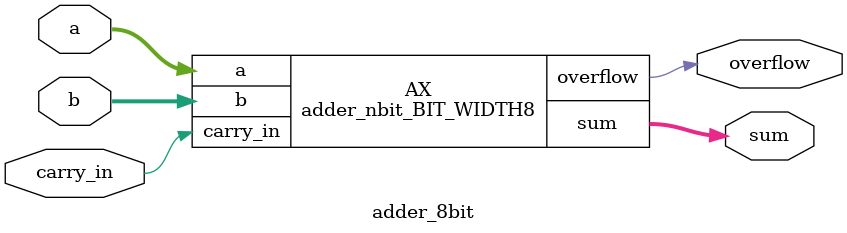
<source format=v>


module adder_1bit_7 ( a, b, carry_in, sum, carry_out );
  input a, b, carry_in;
  output sum, carry_out;
  wire   n1, n2;

  XOR2X1 U1 ( .A(carry_in), .B(n1), .Y(sum) );
  INVX1 U2 ( .A(n2), .Y(carry_out) );
  AOI22X1 U3 ( .A(b), .B(a), .C(n1), .D(carry_in), .Y(n2) );
  XOR2X1 U4 ( .A(a), .B(b), .Y(n1) );
endmodule


module adder_1bit_0 ( a, b, carry_in, sum, carry_out );
  input a, b, carry_in;
  output sum, carry_out;
  wire   n1, n2;

  XOR2X1 U1 ( .A(carry_in), .B(n1), .Y(sum) );
  INVX1 U2 ( .A(n2), .Y(carry_out) );
  AOI22X1 U3 ( .A(b), .B(a), .C(n1), .D(carry_in), .Y(n2) );
  XOR2X1 U4 ( .A(a), .B(b), .Y(n1) );
endmodule


module adder_1bit_1 ( a, b, carry_in, sum, carry_out );
  input a, b, carry_in;
  output sum, carry_out;
  wire   n1, n2;

  XOR2X1 U1 ( .A(carry_in), .B(n1), .Y(sum) );
  INVX1 U2 ( .A(n2), .Y(carry_out) );
  AOI22X1 U3 ( .A(b), .B(a), .C(n1), .D(carry_in), .Y(n2) );
  XOR2X1 U4 ( .A(a), .B(b), .Y(n1) );
endmodule


module adder_1bit_2 ( a, b, carry_in, sum, carry_out );
  input a, b, carry_in;
  output sum, carry_out;
  wire   n1, n2;

  XOR2X1 U1 ( .A(carry_in), .B(n1), .Y(sum) );
  INVX1 U2 ( .A(n2), .Y(carry_out) );
  AOI22X1 U3 ( .A(b), .B(a), .C(n1), .D(carry_in), .Y(n2) );
  XOR2X1 U4 ( .A(a), .B(b), .Y(n1) );
endmodule


module adder_1bit_3 ( a, b, carry_in, sum, carry_out );
  input a, b, carry_in;
  output sum, carry_out;
  wire   n1, n2;

  XOR2X1 U1 ( .A(carry_in), .B(n1), .Y(sum) );
  INVX1 U2 ( .A(n2), .Y(carry_out) );
  AOI22X1 U3 ( .A(b), .B(a), .C(n1), .D(carry_in), .Y(n2) );
  XOR2X1 U4 ( .A(a), .B(b), .Y(n1) );
endmodule


module adder_1bit_4 ( a, b, carry_in, sum, carry_out );
  input a, b, carry_in;
  output sum, carry_out;
  wire   n1, n2;

  XOR2X1 U1 ( .A(carry_in), .B(n1), .Y(sum) );
  INVX1 U2 ( .A(n2), .Y(carry_out) );
  AOI22X1 U3 ( .A(b), .B(a), .C(n1), .D(carry_in), .Y(n2) );
  XOR2X1 U4 ( .A(a), .B(b), .Y(n1) );
endmodule


module adder_1bit_5 ( a, b, carry_in, sum, carry_out );
  input a, b, carry_in;
  output sum, carry_out;
  wire   n1, n2;

  XOR2X1 U1 ( .A(carry_in), .B(n1), .Y(sum) );
  INVX1 U2 ( .A(n2), .Y(carry_out) );
  AOI22X1 U3 ( .A(b), .B(a), .C(n1), .D(carry_in), .Y(n2) );
  XOR2X1 U4 ( .A(a), .B(b), .Y(n1) );
endmodule


module adder_1bit_6 ( a, b, carry_in, sum, carry_out );
  input a, b, carry_in;
  output sum, carry_out;
  wire   n1, n2;

  XOR2X1 U1 ( .A(carry_in), .B(n1), .Y(sum) );
  INVX1 U2 ( .A(n2), .Y(carry_out) );
  AOI22X1 U3 ( .A(b), .B(a), .C(n1), .D(carry_in), .Y(n2) );
  XOR2X1 U4 ( .A(a), .B(b), .Y(n1) );
endmodule


module adder_nbit_BIT_WIDTH8 ( a, b, carry_in, sum, overflow );
  input [7:0] a;
  input [7:0] b;
  output [7:0] sum;
  input carry_in;
  output overflow;

  wire   [7:1] carrys;

  adder_1bit_7 \genblk1[0].IX  ( .a(a[0]), .b(b[0]), .carry_in(carry_in), 
        .sum(sum[0]), .carry_out(carrys[1]) );
  adder_1bit_6 \genblk1[1].IX  ( .a(a[1]), .b(b[1]), .carry_in(carrys[1]), 
        .sum(sum[1]), .carry_out(carrys[2]) );
  adder_1bit_5 \genblk1[2].IX  ( .a(a[2]), .b(b[2]), .carry_in(carrys[2]), 
        .sum(sum[2]), .carry_out(carrys[3]) );
  adder_1bit_4 \genblk1[3].IX  ( .a(a[3]), .b(b[3]), .carry_in(carrys[3]), 
        .sum(sum[3]), .carry_out(carrys[4]) );
  adder_1bit_3 \genblk1[4].IX  ( .a(a[4]), .b(b[4]), .carry_in(carrys[4]), 
        .sum(sum[4]), .carry_out(carrys[5]) );
  adder_1bit_2 \genblk1[5].IX  ( .a(a[5]), .b(b[5]), .carry_in(carrys[5]), 
        .sum(sum[5]), .carry_out(carrys[6]) );
  adder_1bit_1 \genblk1[6].IX  ( .a(a[6]), .b(b[6]), .carry_in(carrys[6]), 
        .sum(sum[6]), .carry_out(carrys[7]) );
  adder_1bit_0 \genblk1[7].IX  ( .a(a[7]), .b(b[7]), .carry_in(carrys[7]), 
        .sum(sum[7]), .carry_out(overflow) );
endmodule


module adder_8bit ( a, b, carry_in, sum, overflow );
  input [7:0] a;
  input [7:0] b;
  output [7:0] sum;
  input carry_in;
  output overflow;


  adder_nbit_BIT_WIDTH8 AX ( .a(a), .b(b), .carry_in(carry_in), .sum(sum), 
        .overflow(overflow) );
endmodule


</source>
